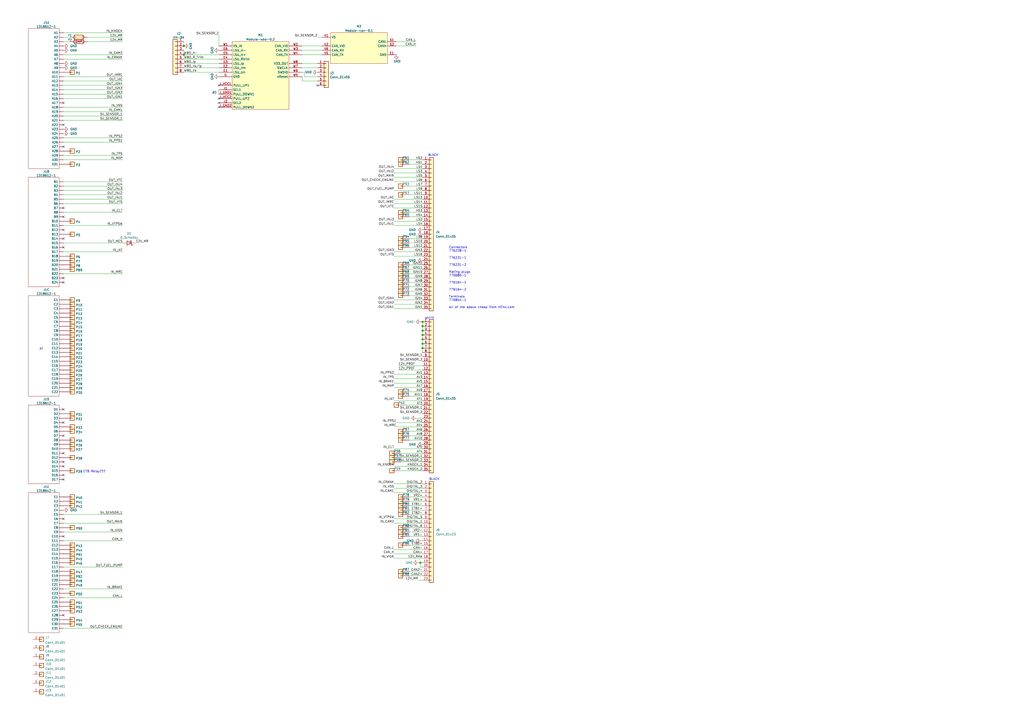
<source format=kicad_sch>
(kicad_sch (version 20210621) (generator eeschema)
  (paper "A2")
  (title_block (title "proteus125honda") (date "2021-09-22") (rev "a") (company "rusEFI"))
  (junction (at 106.68 26.67) (diameter 1.016))
  (junction (at 106.68 31.75) (diameter 1.016))
  (junction (at 243.84 326.39) (diameter 1.016))
  (junction (at 245.11 186.69) (diameter 1.016))
  (junction (at 245.11 189.23) (diameter 1.016))
  (junction (at 245.11 191.77) (diameter 1.016))
  (junction (at 245.11 194.31) (diameter 1.016))
  (junction (at 245.11 196.85) (diameter 1.016))
  (junction (at 245.11 199.39) (diameter 1.016))
  (junction (at 245.11 201.93) (diameter 1.016))
  (no_connect (at 36.83 59.69))
  (no_connect (at 36.83 72.39))
  (no_connect (at 36.83 85.09))
  (no_connect (at 36.83 120.65))
  (no_connect (at 36.83 125.73))
  (no_connect (at 36.83 133.35))
  (no_connect (at 36.83 138.43))
  (no_connect (at 36.83 143.51))
  (no_connect (at 36.83 161.29))
  (no_connect (at 36.83 163.83))
  (no_connect (at 36.83 237.49))
  (no_connect (at 36.83 245.11))
  (no_connect (at 36.83 252.73))
  (no_connect (at 36.83 262.89))
  (no_connect (at 36.83 267.97))
  (no_connect (at 36.83 270.51))
  (no_connect (at 36.83 275.59))
  (no_connect (at 36.83 278.13))
  (no_connect (at 36.83 300.99))
  (no_connect (at 36.83 311.15))
  (no_connect (at 36.83 356.87))
  (no_connect (at 127 49.53))
  (no_connect (at 127 57.15))
  (no_connect (at 127 59.69))
  (no_connect (at 127 62.23))
  (no_connect (at 184.15 49.53))
  (wire (pts (xy 36.83 19.05) (xy 71.12 19.05)))
  (wire (pts (xy 36.83 34.29) (xy 71.12 34.29)))
  (wire (pts (xy 36.83 44.45) (xy 71.12 44.45)))
  (wire (pts (xy 36.83 46.99) (xy 71.12 46.99)))
  (wire (pts (xy 36.83 49.53) (xy 71.12 49.53)))
  (wire (pts (xy 36.83 52.07) (xy 71.12 52.07)))
  (wire (pts (xy 36.83 54.61) (xy 71.12 54.61)))
  (wire (pts (xy 36.83 57.15) (xy 71.12 57.15)))
  (wire (pts (xy 36.83 62.23) (xy 71.12 62.23)))
  (wire (pts (xy 36.83 67.31) (xy 71.12 67.31)))
  (wire (pts (xy 36.83 80.01) (xy 71.12 80.01)))
  (wire (pts (xy 36.83 82.55) (xy 71.12 82.55)))
  (wire (pts (xy 36.83 90.17) (xy 71.12 90.17)))
  (wire (pts (xy 36.83 92.71) (xy 71.12 92.71)))
  (wire (pts (xy 36.83 105.41) (xy 71.12 105.41)))
  (wire (pts (xy 36.83 107.95) (xy 71.12 107.95)))
  (wire (pts (xy 36.83 110.49) (xy 71.12 110.49)))
  (wire (pts (xy 36.83 113.03) (xy 71.12 113.03)))
  (wire (pts (xy 36.83 115.57) (xy 71.12 115.57)))
  (wire (pts (xy 36.83 118.11) (xy 71.12 118.11)))
  (wire (pts (xy 36.83 123.19) (xy 71.12 123.19)))
  (wire (pts (xy 36.83 130.81) (xy 71.12 130.81)))
  (wire (pts (xy 36.83 140.97) (xy 71.12 140.97)))
  (wire (pts (xy 36.83 146.05) (xy 71.12 146.05)))
  (wire (pts (xy 36.83 158.75) (xy 71.12 158.75)))
  (wire (pts (xy 36.83 298.45) (xy 71.12 298.45)))
  (wire (pts (xy 36.83 303.53) (xy 71.12 303.53)))
  (wire (pts (xy 36.83 308.61) (xy 71.12 308.61)))
  (wire (pts (xy 36.83 313.69) (xy 71.12 313.69)))
  (wire (pts (xy 36.83 328.93) (xy 71.12 328.93)))
  (wire (pts (xy 36.83 341.63) (xy 71.12 341.63)))
  (wire (pts (xy 36.83 346.71) (xy 71.12 346.71)))
  (wire (pts (xy 36.83 364.49) (xy 71.12 364.49)))
  (wire (pts (xy 40.64 21.59) (xy 36.83 21.59)))
  (wire (pts (xy 40.64 24.13) (xy 36.83 24.13)))
  (wire (pts (xy 71.12 21.59) (xy 50.8 21.59)))
  (wire (pts (xy 71.12 24.13) (xy 50.8 24.13)))
  (wire (pts (xy 71.12 31.75) (xy 36.83 31.75)))
  (wire (pts (xy 71.12 64.77) (xy 36.83 64.77)))
  (wire (pts (xy 71.12 69.85) (xy 36.83 69.85)))
  (wire (pts (xy 106.68 24.13) (xy 106.68 26.67)))
  (wire (pts (xy 106.68 29.21) (xy 106.68 31.75)))
  (wire (pts (xy 106.68 31.75) (xy 127 31.75)))
  (wire (pts (xy 106.68 34.29) (xy 127 34.29)))
  (wire (pts (xy 106.68 36.83) (xy 127 36.83)))
  (wire (pts (xy 106.68 39.37) (xy 127 39.37)))
  (wire (pts (xy 106.68 41.91) (xy 127 41.91)))
  (wire (pts (xy 127 20.32) (xy 127 26.67)))
  (wire (pts (xy 127 52.07) (xy 127 54.61)))
  (wire (pts (xy 175.26 26.67) (xy 186.69 26.67)))
  (wire (pts (xy 175.26 29.21) (xy 186.69 29.21)))
  (wire (pts (xy 175.26 31.75) (xy 186.69 31.75)))
  (wire (pts (xy 175.26 36.83) (xy 184.15 36.83)))
  (wire (pts (xy 175.26 39.37) (xy 184.15 39.37)))
  (wire (pts (xy 175.26 41.91) (xy 176.53 41.91)))
  (wire (pts (xy 175.26 44.45) (xy 175.26 46.99)))
  (wire (pts (xy 175.26 46.99) (xy 184.15 46.99)))
  (wire (pts (xy 176.53 41.91) (xy 176.53 44.45)))
  (wire (pts (xy 176.53 44.45) (xy 184.15 44.45)))
  (wire (pts (xy 184.15 21.59) (xy 186.69 21.59)))
  (wire (pts (xy 228.6 97.79) (xy 245.11 97.79)))
  (wire (pts (xy 228.6 100.33) (xy 245.11 100.33)))
  (wire (pts (xy 228.6 102.87) (xy 245.11 102.87)))
  (wire (pts (xy 228.6 105.41) (xy 245.11 105.41)))
  (wire (pts (xy 228.6 110.49) (xy 245.11 110.49)))
  (wire (pts (xy 228.6 115.57) (xy 245.11 115.57)))
  (wire (pts (xy 228.6 118.11) (xy 245.11 118.11)))
  (wire (pts (xy 228.6 120.65) (xy 245.11 120.65)))
  (wire (pts (xy 228.6 128.27) (xy 245.11 128.27)))
  (wire (pts (xy 228.6 130.81) (xy 245.11 130.81)))
  (wire (pts (xy 228.6 146.05) (xy 245.11 146.05)))
  (wire (pts (xy 228.6 148.59) (xy 245.11 148.59)))
  (wire (pts (xy 228.6 173.99) (xy 245.11 173.99)))
  (wire (pts (xy 228.6 176.53) (xy 245.11 176.53)))
  (wire (pts (xy 228.6 179.07) (xy 245.11 179.07)))
  (wire (pts (xy 228.6 217.17) (xy 245.11 217.17)))
  (wire (pts (xy 228.6 219.71) (xy 245.11 219.71)))
  (wire (pts (xy 228.6 222.25) (xy 245.11 222.25)))
  (wire (pts (xy 228.6 224.79) (xy 245.11 224.79)))
  (wire (pts (xy 228.6 232.41) (xy 245.11 232.41)))
  (wire (pts (xy 228.6 260.35) (xy 245.11 260.35)))
  (wire (pts (xy 228.6 270.51) (xy 245.11 270.51)))
  (wire (pts (xy 228.6 280.67) (xy 245.11 280.67)))
  (wire (pts (xy 228.6 283.21) (xy 245.11 283.21)))
  (wire (pts (xy 228.6 285.75) (xy 245.11 285.75)))
  (wire (pts (xy 228.6 300.99) (xy 245.11 300.99)))
  (wire (pts (xy 228.6 303.53) (xy 245.11 303.53)))
  (wire (pts (xy 228.6 318.77) (xy 245.11 318.77)))
  (wire (pts (xy 228.6 321.31) (xy 245.11 321.31)))
  (wire (pts (xy 228.6 323.85) (xy 245.11 323.85)))
  (wire (pts (xy 229.87 24.13) (xy 241.3 24.13)))
  (wire (pts (xy 229.87 26.67) (xy 241.3 26.67)))
  (wire (pts (xy 229.87 245.11) (xy 245.11 245.11)))
  (wire (pts (xy 229.87 247.65) (xy 245.11 247.65)))
  (wire (pts (xy 231.14 212.09) (xy 245.11 212.09)))
  (wire (pts (xy 231.14 214.63) (xy 245.11 214.63)))
  (wire (pts (xy 232.41 262.89) (xy 245.11 262.89)))
  (wire (pts (xy 232.41 265.43) (xy 245.11 265.43)))
  (wire (pts (xy 232.41 267.97) (xy 245.11 267.97)))
  (wire (pts (xy 232.41 273.05) (xy 245.11 273.05)))
  (wire (pts (xy 234.95 234.95) (xy 245.11 234.95)))
  (wire (pts (xy 237.49 92.71) (xy 245.11 92.71)))
  (wire (pts (xy 237.49 95.25) (xy 245.11 95.25)))
  (wire (pts (xy 237.49 107.95) (xy 245.11 107.95)))
  (wire (pts (xy 237.49 113.03) (xy 245.11 113.03)))
  (wire (pts (xy 237.49 123.19) (xy 245.11 123.19)))
  (wire (pts (xy 237.49 125.73) (xy 245.11 125.73)))
  (wire (pts (xy 237.49 138.43) (xy 245.11 138.43)))
  (wire (pts (xy 237.49 140.97) (xy 245.11 140.97)))
  (wire (pts (xy 237.49 143.51) (xy 245.11 143.51)))
  (wire (pts (xy 237.49 153.67) (xy 245.11 153.67)))
  (wire (pts (xy 237.49 156.21) (xy 245.11 156.21)))
  (wire (pts (xy 237.49 158.75) (xy 245.11 158.75)))
  (wire (pts (xy 237.49 161.29) (xy 245.11 161.29)))
  (wire (pts (xy 237.49 163.83) (xy 245.11 163.83)))
  (wire (pts (xy 237.49 166.37) (xy 245.11 166.37)))
  (wire (pts (xy 237.49 168.91) (xy 245.11 168.91)))
  (wire (pts (xy 237.49 171.45) (xy 245.11 171.45)))
  (wire (pts (xy 237.49 227.33) (xy 245.11 227.33)))
  (wire (pts (xy 237.49 229.87) (xy 245.11 229.87)))
  (wire (pts (xy 237.49 250.19) (xy 245.11 250.19)))
  (wire (pts (xy 237.49 252.73) (xy 245.11 252.73)))
  (wire (pts (xy 237.49 255.27) (xy 245.11 255.27)))
  (wire (pts (xy 237.49 288.29) (xy 245.11 288.29)))
  (wire (pts (xy 237.49 290.83) (xy 245.11 290.83)))
  (wire (pts (xy 237.49 293.37) (xy 245.11 293.37)))
  (wire (pts (xy 237.49 295.91) (xy 245.11 295.91)))
  (wire (pts (xy 237.49 298.45) (xy 245.11 298.45)))
  (wire (pts (xy 237.49 306.07) (xy 245.11 306.07)))
  (wire (pts (xy 237.49 308.61) (xy 245.11 308.61)))
  (wire (pts (xy 237.49 311.15) (xy 245.11 311.15)))
  (wire (pts (xy 237.49 316.23) (xy 245.11 316.23)))
  (wire (pts (xy 237.49 331.47) (xy 245.11 331.47)))
  (wire (pts (xy 237.49 334.01) (xy 245.11 334.01)))
  (wire (pts (xy 241.3 242.57) (xy 245.11 242.57)))
  (wire (pts (xy 242.57 326.39) (xy 243.84 326.39)))
  (wire (pts (xy 242.57 336.55) (xy 245.11 336.55)))
  (wire (pts (xy 243.84 186.69) (xy 245.11 186.69)))
  (wire (pts (xy 243.84 313.69) (xy 245.11 313.69)))
  (wire (pts (xy 243.84 326.39) (xy 243.84 328.93)))
  (wire (pts (xy 243.84 328.93) (xy 245.11 328.93)))
  (wire (pts (xy 245.11 186.69) (xy 245.11 189.23)))
  (wire (pts (xy 245.11 189.23) (xy 245.11 191.77)))
  (wire (pts (xy 245.11 191.77) (xy 245.11 194.31)))
  (wire (pts (xy 245.11 194.31) (xy 245.11 196.85)))
  (wire (pts (xy 245.11 196.85) (xy 245.11 199.39)))
  (wire (pts (xy 245.11 199.39) (xy 245.11 201.93)))
  (wire (pts (xy 245.11 201.93) (xy 245.11 204.47)))
  (wire (pts (xy 245.11 326.39) (xy 243.84 326.39)))
  (text "AT" (at 22.86 203.2 0) (effects (font (size 1.27 1.27)) (justify left bottom)))
  (text "ETB Relay???" (at 48.26 274.32 0) (effects (font (size 1.27 1.27)) (justify left bottom)))
  (text "#0" (at 125.73 54.61 180) (effects (font (size 1.27 1.27)) (justify right bottom)))
  (text "WHITE" (at 246.38 185.42 0) (effects (font (size 1.27 1.27)) (justify left bottom)))
  (text "BLACK" (at 248.285 90.805 0) (effects (font (size 1.27 1.27)) (justify left bottom)))
  (text "BLACK" (at 248.92 278.765 0) (effects (font (size 1.27 1.27)) (justify left bottom)))
  (text "Connectors\n776228-1\n\n776231-1\n\n776231-2\n\nMating plugs\n770680-1\n\n776164-1\n\n776164-2\n\nTerminals\n770854-1\n\nall of the above cheap from ttiinc.com" (at 260.35 179.07 0) (effects (font (size 1.27 1.27)) (justify left bottom)))
  (label "IN_KNOCK" (at 71.12 19.05 180))
  (label "12V_MR" (at 71.12 21.59 180))
  (label "12V_MR" (at 71.12 24.13 180))
  (label "IN_CAM2" (at 71.12 31.75 180))
  (label "IN_CRANK" (at 71.12 34.29 180))
  (label "OUT_IMRC" (at 71.12 44.45 180))
  (label "OUT_IAC" (at 71.12 46.99 180))
  (label "OUT_IGN4" (at 71.12 49.53 180))
  (label "OUT_IGN3" (at 71.12 52.07 180))
  (label "OUT_IGN2" (at 71.12 54.61 180))
  (label "OUT_IGN1" (at 71.12 57.15 180))
  (label "IN_VSS" (at 71.12 62.23 180))
  (label "IN_CAM1" (at 71.12 64.77 180))
  (label "5V_SENSOR_1" (at 71.12 67.31 180))
  (label "5V_SENSOR_1" (at 71.12 69.85 180))
  (label "IN_PPS2" (at 71.12 80.01 180))
  (label "IN_PPS1" (at 71.12 82.55 180))
  (label "IN_TPS" (at 71.12 90.17 180))
  (label "IN_MAP" (at 71.12 92.71 180))
  (label "OUT_VTC" (at 71.12 105.41 180))
  (label "OUT_INJ4" (at 71.12 107.95 180))
  (label "OUT_INJ3" (at 71.12 110.49 180))
  (label "OUT_INJ2" (at 71.12 113.03 180))
  (label "OUT_INJ1" (at 71.12 115.57 180))
  (label "OUT_VTS" (at 71.12 118.11 180))
  (label "IN_CLT" (at 71.12 123.19 180))
  (label "IN_VTPSW" (at 71.12 130.81 180))
  (label "OUT_MCS" (at 71.12 140.97 180))
  (label "IN_IAT" (at 71.12 146.05 180))
  (label "IN_MRC" (at 71.12 158.75 180))
  (label "5V_SENSOR_1" (at 71.12 298.45 180))
  (label "OUT_MAIN" (at 71.12 303.53 180))
  (label "IN_VIGN" (at 71.12 308.61 180))
  (label "CAN_H" (at 71.12 313.69 180))
  (label "OUT_FUEL_PUMP" (at 71.12 328.93 180))
  (label "IN_BRAKE" (at 71.12 341.63 180))
  (label "CAN_L" (at 71.12 346.71 180))
  (label "OUT_CHECK_ENGINE" (at 71.12 364.49 180))
  (label "12V_MR" (at 78.74 140.97 0))
  (label "WBO_H-" (at 106.68 31.75 0))
  (label "WBO_R_Trim" (at 106.68 34.29 0))
  (label "WBO_Ip" (at 106.68 36.83 0))
  (label "WBO_Vs{slash}Ip" (at 106.68 39.37 0))
  (label "WBO_Vs" (at 106.68 41.91 0))
  (label "5V_SENSOR_2" (at 127 20.32 180))
  (label "5V_SENSOR_2" (at 184.15 21.59 180))
  (label "OUT_INJ4" (at 228.6 97.79 180))
  (label "OUT_INJ2" (at 228.6 100.33 180))
  (label "OUT_MAIN" (at 228.6 102.87 180))
  (label "OUT_CHECK_ENGINE" (at 228.6 105.41 180))
  (label "OUT_FUEL_PUMP" (at 228.6 110.49 180))
  (label "OUT_IAC" (at 228.6 115.57 180))
  (label "OUT_IMRC" (at 228.6 118.11 180))
  (label "OUT_VTC" (at 228.6 120.65 180))
  (label "OUT_INJ3" (at 228.6 128.27 180))
  (label "OUT_INJ1" (at 228.6 130.81 180))
  (label "OUT_IGN3" (at 228.6 146.05 180))
  (label "OUT_VTS" (at 228.6 148.59 180))
  (label "OUT_IGN4" (at 228.6 173.99 180))
  (label "OUT_IGN2" (at 228.6 176.53 180))
  (label "OUT_IGN1" (at 228.6 179.07 180))
  (label "IN_PPS2" (at 228.6 217.17 180))
  (label "IN_TPS" (at 228.6 219.71 180))
  (label "IN_BRAKE" (at 228.6 222.25 180))
  (label "IN_MAP" (at 228.6 224.79 180))
  (label "IN_IAT" (at 228.6 232.41 180))
  (label "IN_CLT" (at 228.6 260.35 180))
  (label "IN_KNOCK" (at 228.6 270.51 180))
  (label "IN_CRANK" (at 228.6 280.67 180))
  (label "IN_VSS" (at 228.6 283.21 180))
  (label "IN_CAM1" (at 228.6 285.75 180))
  (label "IN_VTPSW" (at 228.6 300.99 180))
  (label "IN_CAM2" (at 228.6 303.53 180))
  (label "CAN_L" (at 228.6 318.77 180))
  (label "CAN_H" (at 228.6 321.31 180))
  (label "IN_VIGN" (at 228.6 323.85 180))
  (label "IN_PPS1" (at 229.87 245.11 180))
  (label "IN_MRC" (at 229.87 247.65 180))
  (label "12V_PROT" (at 231.14 212.09 0))
  (label "12V_PROT" (at 231.14 214.63 0))
  (label "CAN_L" (at 241.3 24.13 180))
  (label "CAN_H" (at 241.3 26.67 180))
  (label "12V_MR" (at 242.57 336.55 180))
  (label "HS2" (at 245.11 92.71 180))
  (label "HS1" (at 245.11 95.25 180))
  (label "LS1" (at 245.11 97.79 180))
  (label "LS3" (at 245.11 100.33 180))
  (label "LS5" (at 245.11 102.87 180))
  (label "LS6" (at 245.11 105.41 180))
  (label "LS7" (at 245.11 107.95 180))
  (label "LS9" (at 245.11 110.49 180))
  (label "LS11" (at 245.11 113.03 180))
  (label "LS13" (at 245.11 115.57 180))
  (label "LS14" (at 245.11 118.11 180))
  (label "LS15" (at 245.11 120.65 180))
  (label "HS3" (at 245.11 123.19 180))
  (label "HS4" (at 245.11 125.73 180))
  (label "LS2" (at 245.11 128.27 180))
  (label "LS4" (at 245.11 130.81 180))
  (label "LS8" (at 245.11 138.43 180))
  (label "LS10" (at 245.11 140.97 180))
  (label "LS12" (at 245.11 143.51 180))
  (label "IGN3" (at 245.11 146.05 180))
  (label "LS16" (at 245.11 148.59 180))
  (label "IGN12" (at 245.11 153.67 180))
  (label "IGN11" (at 245.11 156.21 180))
  (label "IGN10" (at 245.11 158.75 180))
  (label "IGN9" (at 245.11 161.29 180))
  (label "IGN8" (at 245.11 163.83 180))
  (label "IGN7" (at 245.11 166.37 180))
  (label "IGN6" (at 245.11 168.91 180))
  (label "IGN5" (at 245.11 171.45 180))
  (label "IGN4" (at 245.11 173.99 180))
  (label "IGN2" (at 245.11 176.53 180))
  (label "IGN1" (at 245.11 179.07 180))
  (label "5V_SENSOR_1" (at 245.11 207.01 180))
  (label "5V_SENSOR_2" (at 245.11 209.55 180))
  (label "AV1" (at 245.11 217.17 180))
  (label "AV3" (at 245.11 219.71 180))
  (label "AV5" (at 245.11 222.25 180))
  (label "AV7" (at 245.11 224.79 180))
  (label "AV9" (at 245.11 227.33 180))
  (label "AV11" (at 245.11 229.87 180))
  (label "AT1" (at 245.11 232.41 180))
  (label "AT3" (at 245.11 234.95 180))
  (label "5V_SENSOR_1" (at 245.11 237.49 180))
  (label "5V_SENSOR_2" (at 245.11 240.03 180))
  (label "AV2" (at 245.11 245.11 180))
  (label "AV4" (at 245.11 247.65 180))
  (label "AV6" (at 245.11 250.19 180))
  (label "AV8" (at 245.11 252.73 180))
  (label "AV10" (at 245.11 255.27 180))
  (label "AT2" (at 245.11 260.35 180))
  (label "AT4" (at 245.11 262.89 180))
  (label "5V_SENSOR_1" (at 245.11 265.43 180))
  (label "5V_SENSOR_2" (at 245.11 267.97 180))
  (label "KNOCK_1" (at 245.11 270.51 180))
  (label "KNOCK_2" (at 245.11 273.05 180))
  (label "DIGITAL_2" (at 245.11 280.67 180))
  (label "DIGITAL_3" (at 245.11 283.21 180))
  (label "DIGITAL_4" (at 245.11 285.75 180))
  (label "VR2+" (at 245.11 288.29 180))
  (label "VR1+" (at 245.11 290.83 180))
  (label "ETB1-" (at 245.11 293.37 180))
  (label "ETB1+" (at 245.11 295.91 180))
  (label "ETB2-" (at 245.11 298.45 180))
  (label "DIGITAL_5" (at 245.11 300.99 180))
  (label "DIGITAL_1" (at 245.11 303.53 180))
  (label "DIGITAL_6" (at 245.11 306.07 180))
  (label "VR2-" (at 245.11 308.61 180))
  (label "VR1-" (at 245.11 311.15 180))
  (label "ETB2+" (at 245.11 316.23 180))
  (label "CAN-" (at 245.11 318.77 180))
  (label "CAN+" (at 245.11 321.31 180))
  (label "12V_RAW" (at 245.11 323.85 180))
  (label "CAN2-" (at 245.11 331.47 180))
  (label "CAN2+" (at 245.11 334.01 180))
  (symbol (lib_id "power:GND") (at 36.83 26.67 90) (unit 1)
    (property "Reference" "#PWR01" (effects hide))
    (property "Value" "GND" (at 40.64 26.67 90) (effects (justify right)))
  )
  (symbol (lib_id "power:GND") (at 36.83 29.21 90) (unit 1)
    (property "Reference" "#PWR02" (effects hide))
    (property "Value" "GND" (at 40.64 29.21 90) (effects (justify right)))
  )
  (symbol (lib_id "power:GND") (at 36.83 36.83 90) (unit 1)
    (property "Reference" "#PWR03" (effects hide))
    (property "Value" "GND" (at 40.64 36.83 90) (effects (justify right)))
  )
  (symbol (lib_id "power:GND") (at 36.83 39.37 90) (unit 1)
    (property "Reference" "#PWR04" (effects hide))
    (property "Value" "GND" (at 40.64 39.37 90) (effects (justify right)))
  )
  (symbol (lib_id "power:GND") (at 36.83 74.93 90) (unit 1)
    (property "Reference" "#PWR05" (effects hide))
    (property "Value" "GND" (at 40.64 74.93 90) (effects (justify right)))
  )
  (symbol (lib_id "power:GND") (at 36.83 77.47 90) (unit 1)
    (property "Reference" "#PWR06" (effects hide))
    (property "Value" "GND" (at 40.64 77.47 90) (effects (justify right)))
  )
  (symbol (lib_id "power:GND") (at 36.83 295.91 90) (unit 1)
    (property "Reference" "#PWR07" (effects hide))
    (property "Value" "GND" (at 40.64 295.91 90) (effects (justify right)))
  )
  (symbol (lib_id "power:GND") (at 106.68 26.67 90) (mirror x) (unit 1)
    (property "Reference" "#PWR08" (effects hide))
    (property "Value" "GND" (at 110.6234 26.7208 0))
  )
  (symbol (lib_id "power:GND") (at 127 29.21 270) (mirror x) (unit 1)
    (property "Reference" "#PWR09" (effects hide))
    (property "Value" "GND" (at 123.0566 29.1592 0))
  )
  (symbol (lib_id "power:GND") (at 127 44.45 270) (mirror x) (unit 1)
    (property "Reference" "#PWR010" (effects hide))
    (property "Value" "GND" (at 123.0566 44.3992 0))
  )
  (symbol (lib_id "power:GND") (at 184.15 41.91 270) (mirror x) (unit 1)
    (property "Reference" "#PWR011" (effects hide))
    (property "Value" "GND" (at 178.9366 41.8592 90))
  )
  (symbol (lib_id "power:GND") (at 229.87 31.75 0) (unit 1)
    (property "Reference" "#PWR012" (effects hide))
    (property "Value" "GND" (at 232.41 35.56 0) (effects (justify right)))
  )
  (symbol (lib_id "power:GND") (at 241.3 242.57 270) (unit 1)
    (property "Reference" "#PWR013" (effects hide))
    (property "Value" "GND" (at 237.49 242.57 90) (effects (justify right)))
  )
  (symbol (lib_id "power:GND") (at 242.57 326.39 270) (unit 1)
    (property "Reference" "#PWR014" (effects hide))
    (property "Value" "GND" (at 239.395 326.39 90) (effects (justify right)))
  )
  (symbol (lib_id "power:GND") (at 243.84 186.69 270) (unit 1)
    (property "Reference" "#PWR015" (effects hide))
    (property "Value" "GND" (at 240.03 186.69 90) (effects (justify right)))
  )
  (symbol (lib_id "power:GND") (at 243.84 313.69 270) (unit 1)
    (property "Reference" "#PWR016" (effects hide))
    (property "Value" "GND" (at 240.03 313.69 90) (effects (justify right)))
  )
  (symbol (lib_id "power:GND") (at 245.11 133.35 270) (unit 1)
    (property "Reference" "#PWR017" (effects hide))
    (property "Value" "GND" (at 241.3 133.35 90) (effects (justify right)))
  )
  (symbol (lib_id "power:GND") (at 245.11 135.89 270) (unit 1)
    (property "Reference" "#PWR018" (effects hide))
    (property "Value" "GND" (at 241.3 135.89 90) (effects (justify right)))
  )
  (symbol (lib_id "power:GND") (at 245.11 151.13 270) (unit 1)
    (property "Reference" "#PWR019" (effects hide))
    (property "Value" "GND" (at 241.3 151.13 90) (effects (justify right)))
  )
  (symbol (lib_id "power:GND") (at 245.11 257.81 270) (unit 1)
    (property "Reference" "#PWR020" (effects hide))
    (property "Value" "GND" (at 241.3 257.81 90) (effects (justify right)))
  )
  (symbol (lib_id "Connector_Generic:Conn_01x01") (at 24.13 370.84 0) (unit 1)
    (property "Reference" "J7" (at 26.1621 369.9315 0) (effects (justify left)))
    (property "Value" "Conn_01x01" (at 26.1621 372.7066 0) (effects (justify left)))
    (property "Footprint" "MountingHole:MountingHole_4.5mm" (effects hide))
  )
  (symbol (lib_id "Connector_Generic:Conn_01x01") (at 24.13 375.92 0) (unit 1)
    (property "Reference" "J8" (at 26.1621 375.0115 0) (effects (justify left)))
    (property "Value" "Conn_01x01" (at 26.1621 377.7866 0) (effects (justify left)))
    (property "Footprint" "MountingHole:MountingHole_4.5mm" (effects hide))
  )
  (symbol (lib_id "Connector_Generic:Conn_01x01") (at 24.13 381 0) (unit 1)
    (property "Reference" "J9" (at 26.1621 380.0915 0) (effects (justify left)))
    (property "Value" "Conn_01x01" (at 26.1621 382.8666 0) (effects (justify left)))
    (property "Footprint" "MountingHole:MountingHole_4.5mm" (effects hide))
  )
  (symbol (lib_id "Connector_Generic:Conn_01x01") (at 24.13 386.08 0) (unit 1)
    (property "Reference" "J10" (at 26.1621 385.1715 0) (effects (justify left)))
    (property "Value" "Conn_01x01" (at 26.1621 387.9466 0) (effects (justify left)))
    (property "Footprint" "MountingHole:MountingHole_4.5mm" (effects hide))
  )
  (symbol (lib_id "Connector_Generic:Conn_01x01") (at 24.13 391.16 0) (unit 1)
    (property "Reference" "J11" (at 26.1621 390.2515 0) (effects (justify left)))
    (property "Value" "Conn_01x01" (at 26.1621 393.0266 0) (effects (justify left)))
    (property "Footprint" "MountingHole:MountingHole_4.5mm" (effects hide))
  )
  (symbol (lib_id "Connector_Generic:Conn_01x01") (at 24.13 396.24 0) (unit 1)
    (property "Reference" "J12" (at 26.1621 395.3315 0) (effects (justify left)))
    (property "Value" "Conn_01x01" (at 26.1621 398.1066 0) (effects (justify left)))
    (property "Footprint" "MountingHole:MountingHole_4.5mm" (effects hide))
  )
  (symbol (lib_id "Connector_Generic:Conn_01x01") (at 24.13 401.32 0) (unit 1)
    (property "Reference" "J13" (at 26.1621 400.4115 0) (effects (justify left)))
    (property "Value" "Conn_01x01" (at 26.1621 403.1866 0) (effects (justify left)))
    (property "Footprint" "MountingHole:MountingHole_4.5mm" (effects hide))
  )
  (symbol (lib_id "hellen-one-common:Pad") (at 41.91 41.91 0) (unit 1)
    (property "Reference" "P1" (at 43.9421 42.389 0) (effects (justify left)))
    (property "Value" "Pad" (effects hide))
    (property "Footprint" "hellen-one-common:PAD-TH" (effects hide))
  )
  (symbol (lib_id "hellen-one-common:Pad") (at 41.91 87.63 0) (unit 1)
    (property "Reference" "P2" (at 43.9421 88.109 0) (effects (justify left)))
    (property "Value" "Pad" (effects hide))
    (property "Footprint" "hellen-one-common:PAD-TH" (effects hide))
  )
  (symbol (lib_id "hellen-one-common:Pad") (at 41.91 95.25 0) (unit 1)
    (property "Reference" "P3" (at 43.9421 95.729 0) (effects (justify left)))
    (property "Value" "Pad" (effects hide))
    (property "Footprint" "hellen-one-common:PAD-TH" (effects hide))
  )
  (symbol (lib_id "hellen-one-common:Pad") (at 41.91 128.27 0) (unit 1)
    (property "Reference" "P4" (at 43.9421 128.749 0) (effects (justify left)))
    (property "Value" "Pad" (effects hide))
    (property "Footprint" "hellen-one-common:PAD-TH" (effects hide))
  )
  (symbol (lib_id "hellen-one-common:Pad") (at 41.91 135.89 0) (unit 1)
    (property "Reference" "P5" (at 43.9421 136.369 0) (effects (justify left)))
    (property "Value" "Pad" (effects hide))
    (property "Footprint" "hellen-one-common:PAD-TH" (effects hide))
  )
  (symbol (lib_id "hellen-one-common:Pad") (at 41.91 148.59 0) (unit 1)
    (property "Reference" "P6" (at 43.9421 149.069 0) (effects (justify left)))
    (property "Value" "Pad" (effects hide))
    (property "Footprint" "hellen-one-common:PAD-TH" (effects hide))
  )
  (symbol (lib_id "hellen-one-common:Pad") (at 41.91 151.13 0) (unit 1)
    (property "Reference" "P7" (at 43.9421 151.609 0) (effects (justify left)))
    (property "Value" "Pad" (effects hide))
    (property "Footprint" "hellen-one-common:PAD-TH" (effects hide))
  )
  (symbol (lib_id "hellen-one-common:Pad") (at 41.91 153.67 0) (unit 1)
    (property "Reference" "P8" (at 43.9421 154.149 0) (effects (justify left)))
    (property "Value" "Pad" (effects hide))
    (property "Footprint" "hellen-one-common:PAD-TH" (effects hide))
  )
  (symbol (lib_id "hellen-one-common:Pad") (at 41.91 156.21 0) (unit 1)
    (property "Reference" "P89" (at 43.9421 156.689 0) (effects (justify left)))
    (property "Value" "Pad" (effects hide))
    (property "Footprint" "hellen-one-common:PAD-TH" (effects hide))
  )
  (symbol (lib_id "hellen-one-common:Pad") (at 41.91 173.99 0) (unit 1)
    (property "Reference" "P9" (at 43.9421 174.469 0) (effects (justify left)))
    (property "Value" "Pad" (effects hide))
    (property "Footprint" "hellen-one-common:PAD-TH" (effects hide))
  )
  (symbol (lib_id "hellen-one-common:Pad") (at 41.91 176.53 0) (unit 1)
    (property "Reference" "P10" (at 43.9421 177.009 0) (effects (justify left)))
    (property "Value" "Pad" (effects hide))
    (property "Footprint" "hellen-one-common:PAD-TH" (effects hide))
  )
  (symbol (lib_id "hellen-one-common:Pad") (at 41.91 179.07 0) (unit 1)
    (property "Reference" "P11" (at 43.9421 179.549 0) (effects (justify left)))
    (property "Value" "Pad" (effects hide))
    (property "Footprint" "hellen-one-common:PAD-TH" (effects hide))
  )
  (symbol (lib_id "hellen-one-common:Pad") (at 41.91 181.61 0) (unit 1)
    (property "Reference" "P12" (at 43.9421 182.089 0) (effects (justify left)))
    (property "Value" "Pad" (effects hide))
    (property "Footprint" "hellen-one-common:PAD-TH" (effects hide))
  )
  (symbol (lib_id "hellen-one-common:Pad") (at 41.91 184.15 0) (unit 1)
    (property "Reference" "P13" (at 43.9421 184.629 0) (effects (justify left)))
    (property "Value" "Pad" (effects hide))
    (property "Footprint" "hellen-one-common:PAD-TH" (effects hide))
  )
  (symbol (lib_id "hellen-one-common:Pad") (at 41.91 186.69 0) (unit 1)
    (property "Reference" "P14" (at 43.9421 187.169 0) (effects (justify left)))
    (property "Value" "Pad" (effects hide))
    (property "Footprint" "hellen-one-common:PAD-TH" (effects hide))
  )
  (symbol (lib_id "hellen-one-common:Pad") (at 41.91 189.23 0) (unit 1)
    (property "Reference" "P15" (at 43.9421 189.709 0) (effects (justify left)))
    (property "Value" "Pad" (effects hide))
    (property "Footprint" "hellen-one-common:PAD-TH" (effects hide))
  )
  (symbol (lib_id "hellen-one-common:Pad") (at 41.91 191.77 0) (unit 1)
    (property "Reference" "P16" (at 43.9421 192.249 0) (effects (justify left)))
    (property "Value" "Pad" (effects hide))
    (property "Footprint" "hellen-one-common:PAD-TH" (effects hide))
  )
  (symbol (lib_id "hellen-one-common:Pad") (at 41.91 194.31 0) (unit 1)
    (property "Reference" "P17" (at 43.9421 194.789 0) (effects (justify left)))
    (property "Value" "Pad" (effects hide))
    (property "Footprint" "hellen-one-common:PAD-TH" (effects hide))
  )
  (symbol (lib_id "hellen-one-common:Pad") (at 41.91 196.85 0) (unit 1)
    (property "Reference" "P18" (at 43.9421 197.329 0) (effects (justify left)))
    (property "Value" "Pad" (effects hide))
    (property "Footprint" "hellen-one-common:PAD-TH" (effects hide))
  )
  (symbol (lib_id "hellen-one-common:Pad") (at 41.91 199.39 0) (unit 1)
    (property "Reference" "P19" (at 43.9421 199.869 0) (effects (justify left)))
    (property "Value" "Pad" (effects hide))
    (property "Footprint" "hellen-one-common:PAD-TH" (effects hide))
  )
  (symbol (lib_id "hellen-one-common:Pad") (at 41.91 201.93 0) (unit 1)
    (property "Reference" "P20" (at 43.9421 202.409 0) (effects (justify left)))
    (property "Value" "Pad" (effects hide))
    (property "Footprint" "hellen-one-common:PAD-TH" (effects hide))
  )
  (symbol (lib_id "hellen-one-common:Pad") (at 41.91 204.47 0) (unit 1)
    (property "Reference" "P21" (at 43.9421 204.949 0) (effects (justify left)))
    (property "Value" "Pad" (effects hide))
    (property "Footprint" "hellen-one-common:PAD-TH" (effects hide))
  )
  (symbol (lib_id "hellen-one-common:Pad") (at 41.91 207.01 0) (unit 1)
    (property "Reference" "P22" (at 43.9421 207.489 0) (effects (justify left)))
    (property "Value" "Pad" (effects hide))
    (property "Footprint" "hellen-one-common:PAD-TH" (effects hide))
  )
  (symbol (lib_id "hellen-one-common:Pad") (at 41.91 209.55 0) (unit 1)
    (property "Reference" "P23" (at 43.9421 210.029 0) (effects (justify left)))
    (property "Value" "Pad" (effects hide))
    (property "Footprint" "hellen-one-common:PAD-TH" (effects hide))
  )
  (symbol (lib_id "hellen-one-common:Pad") (at 41.91 212.09 0) (unit 1)
    (property "Reference" "P24" (at 43.9421 212.569 0) (effects (justify left)))
    (property "Value" "Pad" (effects hide))
    (property "Footprint" "hellen-one-common:PAD-TH" (effects hide))
  )
  (symbol (lib_id "hellen-one-common:Pad") (at 41.91 214.63 0) (unit 1)
    (property "Reference" "P25" (at 43.9421 215.109 0) (effects (justify left)))
    (property "Value" "Pad" (effects hide))
    (property "Footprint" "hellen-one-common:PAD-TH" (effects hide))
  )
  (symbol (lib_id "hellen-one-common:Pad") (at 41.91 217.17 0) (unit 1)
    (property "Reference" "P26" (at 43.9421 217.649 0) (effects (justify left)))
    (property "Value" "Pad" (effects hide))
    (property "Footprint" "hellen-one-common:PAD-TH" (effects hide))
  )
  (symbol (lib_id "hellen-one-common:Pad") (at 41.91 219.71 0) (unit 1)
    (property "Reference" "P27" (at 43.9421 220.189 0) (effects (justify left)))
    (property "Value" "Pad" (effects hide))
    (property "Footprint" "hellen-one-common:PAD-TH" (effects hide))
  )
  (symbol (lib_id "hellen-one-common:Pad") (at 41.91 222.25 0) (unit 1)
    (property "Reference" "P28" (at 43.9421 222.729 0) (effects (justify left)))
    (property "Value" "Pad" (effects hide))
    (property "Footprint" "hellen-one-common:PAD-TH" (effects hide))
  )
  (symbol (lib_id "hellen-one-common:Pad") (at 41.91 224.79 0) (unit 1)
    (property "Reference" "P29" (at 43.9421 225.269 0) (effects (justify left)))
    (property "Value" "Pad" (effects hide))
    (property "Footprint" "hellen-one-common:PAD-TH" (effects hide))
  )
  (symbol (lib_id "hellen-one-common:Pad") (at 41.91 227.33 0) (unit 1)
    (property "Reference" "P30" (at 43.9421 227.809 0) (effects (justify left)))
    (property "Value" "Pad" (effects hide))
    (property "Footprint" "hellen-one-common:PAD-TH" (effects hide))
  )
  (symbol (lib_id "hellen-one-common:Pad") (at 41.91 240.03 0) (unit 1)
    (property "Reference" "P31" (at 43.9421 240.509 0) (effects (justify left)))
    (property "Value" "Pad" (effects hide))
    (property "Footprint" "hellen-one-common:PAD-TH" (effects hide))
  )
  (symbol (lib_id "hellen-one-common:Pad") (at 41.91 242.57 0) (unit 1)
    (property "Reference" "P32" (at 43.9421 243.049 0) (effects (justify left)))
    (property "Value" "Pad" (effects hide))
    (property "Footprint" "hellen-one-common:PAD-TH" (effects hide))
  )
  (symbol (lib_id "hellen-one-common:Pad") (at 41.91 247.65 0) (unit 1)
    (property "Reference" "P33" (at 43.9421 248.129 0) (effects (justify left)))
    (property "Value" "Pad" (effects hide))
    (property "Footprint" "hellen-one-common:PAD-TH" (effects hide))
  )
  (symbol (lib_id "hellen-one-common:Pad") (at 41.91 250.19 0) (unit 1)
    (property "Reference" "P34" (at 43.9421 250.669 0) (effects (justify left)))
    (property "Value" "Pad" (effects hide))
    (property "Footprint" "hellen-one-common:PAD-TH" (effects hide))
  )
  (symbol (lib_id "hellen-one-common:Pad") (at 41.91 255.27 0) (unit 1)
    (property "Reference" "P35" (at 43.9421 255.749 0) (effects (justify left)))
    (property "Value" "Pad" (effects hide))
    (property "Footprint" "hellen-one-common:PAD-TH" (effects hide))
  )
  (symbol (lib_id "hellen-one-common:Pad") (at 41.91 257.81 0) (unit 1)
    (property "Reference" "P36" (at 43.9421 258.289 0) (effects (justify left)))
    (property "Value" "Pad" (effects hide))
    (property "Footprint" "hellen-one-common:PAD-TH" (effects hide))
  )
  (symbol (lib_id "hellen-one-common:Pad") (at 41.91 260.35 0) (unit 1)
    (property "Reference" "P37" (at 43.9421 260.829 0) (effects (justify left)))
    (property "Value" "Pad" (effects hide))
    (property "Footprint" "hellen-one-common:PAD-TH" (effects hide))
  )
  (symbol (lib_id "hellen-one-common:Pad") (at 41.91 265.43 0) (unit 1)
    (property "Reference" "P38" (at 43.9421 265.909 0) (effects (justify left)))
    (property "Value" "Pad" (effects hide))
    (property "Footprint" "hellen-one-common:PAD-TH" (effects hide))
  )
  (symbol (lib_id "hellen-one-common:Pad") (at 41.91 273.05 0) (unit 1)
    (property "Reference" "P39" (at 43.9421 273.529 0) (effects (justify left)))
    (property "Value" "Pad" (effects hide))
    (property "Footprint" "hellen-one-common:PAD-TH" (effects hide))
  )
  (symbol (lib_id "hellen-one-common:Pad") (at 41.91 288.29 0) (unit 1)
    (property "Reference" "P40" (at 43.9421 288.769 0) (effects (justify left)))
    (property "Value" "Pad" (effects hide))
    (property "Footprint" "hellen-one-common:PAD-TH" (effects hide))
  )
  (symbol (lib_id "hellen-one-common:Pad") (at 41.91 290.83 0) (unit 1)
    (property "Reference" "P41" (at 43.9421 291.309 0) (effects (justify left)))
    (property "Value" "Pad" (effects hide))
    (property "Footprint" "hellen-one-common:PAD-TH" (effects hide))
  )
  (symbol (lib_id "hellen-one-common:Pad") (at 41.91 293.37 0) (unit 1)
    (property "Reference" "P42" (at 43.9421 293.849 0) (effects (justify left)))
    (property "Value" "Pad" (effects hide))
    (property "Footprint" "hellen-one-common:PAD-TH" (effects hide))
  )
  (symbol (lib_id "hellen-one-common:Pad") (at 41.91 306.07 0) (unit 1)
    (property "Reference" "P90" (at 43.9421 306.549 0) (effects (justify left)))
    (property "Value" "Pad" (effects hide))
    (property "Footprint" "hellen-one-common:PAD-TH" (effects hide))
  )
  (symbol (lib_id "hellen-one-common:Pad") (at 41.91 316.23 0) (unit 1)
    (property "Reference" "P43" (at 43.9421 316.709 0) (effects (justify left)))
    (property "Value" "Pad" (effects hide))
    (property "Footprint" "hellen-one-common:PAD-TH" (effects hide))
  )
  (symbol (lib_id "hellen-one-common:Pad") (at 41.91 318.77 0) (unit 1)
    (property "Reference" "P44" (at 43.9421 319.249 0) (effects (justify left)))
    (property "Value" "Pad" (effects hide))
    (property "Footprint" "hellen-one-common:PAD-TH" (effects hide))
  )
  (symbol (lib_id "hellen-one-common:Pad") (at 41.91 321.31 0) (unit 1)
    (property "Reference" "P91" (at 43.9421 321.789 0) (effects (justify left)))
    (property "Value" "Pad" (effects hide))
    (property "Footprint" "hellen-one-common:PAD-TH" (effects hide))
  )
  (symbol (lib_id "hellen-one-common:Pad") (at 41.91 323.85 0) (unit 1)
    (property "Reference" "P45" (at 43.9421 324.329 0) (effects (justify left)))
    (property "Value" "Pad" (effects hide))
    (property "Footprint" "hellen-one-common:PAD-TH" (effects hide))
  )
  (symbol (lib_id "hellen-one-common:Pad") (at 41.91 326.39 0) (unit 1)
    (property "Reference" "P46" (at 43.9421 326.869 0) (effects (justify left)))
    (property "Value" "Pad" (effects hide))
    (property "Footprint" "hellen-one-common:PAD-TH" (effects hide))
  )
  (symbol (lib_id "hellen-one-common:Pad") (at 41.91 331.47 0) (unit 1)
    (property "Reference" "P47" (at 43.9421 331.949 0) (effects (justify left)))
    (property "Value" "Pad" (effects hide))
    (property "Footprint" "hellen-one-common:PAD-TH" (effects hide))
  )
  (symbol (lib_id "hellen-one-common:Pad") (at 41.91 334.01 0) (unit 1)
    (property "Reference" "P92" (at 43.9421 334.489 0) (effects (justify left)))
    (property "Value" "Pad" (effects hide))
    (property "Footprint" "hellen-one-common:PAD-TH" (effects hide))
  )
  (symbol (lib_id "hellen-one-common:Pad") (at 41.91 336.55 0) (unit 1)
    (property "Reference" "P48" (at 43.9421 337.029 0) (effects (justify left)))
    (property "Value" "Pad" (effects hide))
    (property "Footprint" "hellen-one-common:PAD-TH" (effects hide))
  )
  (symbol (lib_id "hellen-one-common:Pad") (at 41.91 339.09 0) (unit 1)
    (property "Reference" "P49" (at 43.9421 339.569 0) (effects (justify left)))
    (property "Value" "Pad" (effects hide))
    (property "Footprint" "hellen-one-common:PAD-TH" (effects hide))
  )
  (symbol (lib_id "hellen-one-common:Pad") (at 41.91 344.17 0) (unit 1)
    (property "Reference" "P50" (at 43.9421 344.649 0) (effects (justify left)))
    (property "Value" "Pad" (effects hide))
    (property "Footprint" "hellen-one-common:PAD-TH" (effects hide))
  )
  (symbol (lib_id "hellen-one-common:Pad") (at 41.91 349.25 0) (unit 1)
    (property "Reference" "P51" (at 43.9421 349.729 0) (effects (justify left)))
    (property "Value" "Pad" (effects hide))
    (property "Footprint" "hellen-one-common:PAD-TH" (effects hide))
  )
  (symbol (lib_id "hellen-one-common:Pad") (at 41.91 351.79 0) (unit 1)
    (property "Reference" "P52" (at 43.9421 352.269 0) (effects (justify left)))
    (property "Value" "Pad" (effects hide))
    (property "Footprint" "hellen-one-common:PAD-TH" (effects hide))
  )
  (symbol (lib_id "hellen-one-common:Pad") (at 41.91 354.33 0) (unit 1)
    (property "Reference" "P53" (at 43.9421 354.809 0) (effects (justify left)))
    (property "Value" "Pad" (effects hide))
    (property "Footprint" "hellen-one-common:PAD-TH" (effects hide))
  )
  (symbol (lib_id "hellen-one-common:Pad") (at 41.91 359.41 0) (unit 1)
    (property "Reference" "P54" (at 43.9421 359.889 0) (effects (justify left)))
    (property "Value" "Pad" (effects hide))
    (property "Footprint" "hellen-one-common:PAD-TH" (effects hide))
  )
  (symbol (lib_id "hellen-one-common:Pad") (at 41.91 361.95 0) (unit 1)
    (property "Reference" "P55" (at 43.9421 362.429 0) (effects (justify left)))
    (property "Value" "Pad" (effects hide))
    (property "Footprint" "hellen-one-common:PAD-TH" (effects hide))
  )
  (symbol (lib_id "hellen-one-common:Pad") (at 227.33 262.89 180) (unit 1)
    (property "Reference" "P56" (at 230.4415 261.6984 0))
    (property "Value" "Pad" (effects hide))
    (property "Footprint" "hellen-one-common:PAD-TH" (effects hide))
  )
  (symbol (lib_id "hellen-one-common:Pad") (at 227.33 265.43 180) (unit 1)
    (property "Reference" "P57" (at 230.4415 264.2384 0))
    (property "Value" "Pad" (effects hide))
    (property "Footprint" "hellen-one-common:PAD-TH" (effects hide))
  )
  (symbol (lib_id "hellen-one-common:Pad") (at 227.33 267.97 180) (unit 1)
    (property "Reference" "P58" (at 230.4415 266.7784 0))
    (property "Value" "Pad" (effects hide))
    (property "Footprint" "hellen-one-common:PAD-TH" (effects hide))
  )
  (symbol (lib_id "hellen-one-common:Pad") (at 227.33 273.05 180) (unit 1)
    (property "Reference" "P59" (at 230.4415 271.8584 0))
    (property "Value" "Pad" (effects hide))
    (property "Footprint" "hellen-one-common:PAD-TH" (effects hide))
  )
  (symbol (lib_id "hellen-one-common:Pad") (at 229.87 234.95 180) (unit 1)
    (property "Reference" "P60" (at 232.9815 233.7584 0))
    (property "Value" "Pad" (effects hide))
    (property "Footprint" "hellen-one-common:PAD-TH" (effects hide))
  )
  (symbol (lib_id "hellen-one-common:Pad") (at 232.41 92.71 180) (unit 1)
    (property "Reference" "P61" (at 235.5215 91.5184 0))
    (property "Value" "Pad" (effects hide))
    (property "Footprint" "hellen-one-common:PAD-TH" (effects hide))
  )
  (symbol (lib_id "hellen-one-common:Pad") (at 232.41 95.25 180) (unit 1)
    (property "Reference" "P62" (at 235.5215 94.0584 0))
    (property "Value" "Pad" (effects hide))
    (property "Footprint" "hellen-one-common:PAD-TH" (effects hide))
  )
  (symbol (lib_id "hellen-one-common:Pad") (at 232.41 107.95 180) (unit 1)
    (property "Reference" "P93" (at 235.5215 106.7584 0))
    (property "Value" "Pad" (effects hide))
    (property "Footprint" "hellen-one-common:PAD-TH" (effects hide))
  )
  (symbol (lib_id "hellen-one-common:Pad") (at 232.41 113.03 180) (unit 1)
    (property "Reference" "P63" (at 235.5215 111.8384 0))
    (property "Value" "Pad" (effects hide))
    (property "Footprint" "hellen-one-common:PAD-TH" (effects hide))
  )
  (symbol (lib_id "hellen-one-common:Pad") (at 232.41 123.19 180) (unit 1)
    (property "Reference" "P64" (at 235.5215 121.9984 0))
    (property "Value" "Pad" (effects hide))
    (property "Footprint" "hellen-one-common:PAD-TH" (effects hide))
  )
  (symbol (lib_id "hellen-one-common:Pad") (at 232.41 125.73 180) (unit 1)
    (property "Reference" "P65" (at 235.5215 124.5384 0))
    (property "Value" "Pad" (effects hide))
    (property "Footprint" "hellen-one-common:PAD-TH" (effects hide))
  )
  (symbol (lib_id "hellen-one-common:Pad") (at 232.41 138.43 180) (unit 1)
    (property "Reference" "P94" (at 235.5215 137.2384 0))
    (property "Value" "Pad" (effects hide))
    (property "Footprint" "hellen-one-common:PAD-TH" (effects hide))
  )
  (symbol (lib_id "hellen-one-common:Pad") (at 232.41 140.97 180) (unit 1)
    (property "Reference" "P95" (at 235.5215 139.7784 0))
    (property "Value" "Pad" (effects hide))
    (property "Footprint" "hellen-one-common:PAD-TH" (effects hide))
  )
  (symbol (lib_id "hellen-one-common:Pad") (at 232.41 143.51 180) (unit 1)
    (property "Reference" "P96" (at 235.5215 142.3184 0))
    (property "Value" "Pad" (effects hide))
    (property "Footprint" "hellen-one-common:PAD-TH" (effects hide))
  )
  (symbol (lib_id "hellen-one-common:Pad") (at 232.41 153.67 180) (unit 1)
    (property "Reference" "P66" (at 235.5215 152.4784 0))
    (property "Value" "Pad" (effects hide))
    (property "Footprint" "hellen-one-common:PAD-TH" (effects hide))
  )
  (symbol (lib_id "hellen-one-common:Pad") (at 232.41 156.21 180) (unit 1)
    (property "Reference" "P67" (at 235.5215 155.0184 0))
    (property "Value" "Pad" (effects hide))
    (property "Footprint" "hellen-one-common:PAD-TH" (effects hide))
  )
  (symbol (lib_id "hellen-one-common:Pad") (at 232.41 158.75 180) (unit 1)
    (property "Reference" "P68" (at 235.5215 157.5584 0))
    (property "Value" "Pad" (effects hide))
    (property "Footprint" "hellen-one-common:PAD-TH" (effects hide))
  )
  (symbol (lib_id "hellen-one-common:Pad") (at 232.41 161.29 180) (unit 1)
    (property "Reference" "P69" (at 235.5215 160.0984 0))
    (property "Value" "Pad" (effects hide))
    (property "Footprint" "hellen-one-common:PAD-TH" (effects hide))
  )
  (symbol (lib_id "hellen-one-common:Pad") (at 232.41 163.83 180) (unit 1)
    (property "Reference" "P70" (at 235.5215 162.6384 0))
    (property "Value" "Pad" (effects hide))
    (property "Footprint" "hellen-one-common:PAD-TH" (effects hide))
  )
  (symbol (lib_id "hellen-one-common:Pad") (at 232.41 166.37 180) (unit 1)
    (property "Reference" "P71" (at 235.5215 165.1784 0))
    (property "Value" "Pad" (effects hide))
    (property "Footprint" "hellen-one-common:PAD-TH" (effects hide))
  )
  (symbol (lib_id "hellen-one-common:Pad") (at 232.41 168.91 180) (unit 1)
    (property "Reference" "P72" (at 235.5215 167.7184 0))
    (property "Value" "Pad" (effects hide))
    (property "Footprint" "hellen-one-common:PAD-TH" (effects hide))
  )
  (symbol (lib_id "hellen-one-common:Pad") (at 232.41 171.45 180) (unit 1)
    (property "Reference" "P73" (at 235.5215 170.2584 0))
    (property "Value" "Pad" (effects hide))
    (property "Footprint" "hellen-one-common:PAD-TH" (effects hide))
  )
  (symbol (lib_id "hellen-one-common:Pad") (at 232.41 227.33 180) (unit 1)
    (property "Reference" "P74" (at 235.5215 226.1384 0))
    (property "Value" "Pad" (effects hide))
    (property "Footprint" "hellen-one-common:PAD-TH" (effects hide))
  )
  (symbol (lib_id "hellen-one-common:Pad") (at 232.41 229.87 180) (unit 1)
    (property "Reference" "P75" (at 235.5215 228.6784 0))
    (property "Value" "Pad" (effects hide))
    (property "Footprint" "hellen-one-common:PAD-TH" (effects hide))
  )
  (symbol (lib_id "hellen-one-common:Pad") (at 232.41 250.19 180) (unit 1)
    (property "Reference" "P97" (at 235.5215 248.9984 0))
    (property "Value" "Pad" (effects hide))
    (property "Footprint" "hellen-one-common:PAD-TH" (effects hide))
  )
  (symbol (lib_id "hellen-one-common:Pad") (at 232.41 252.73 180) (unit 1)
    (property "Reference" "P76" (at 235.5215 251.5384 0))
    (property "Value" "Pad" (effects hide))
    (property "Footprint" "hellen-one-common:PAD-TH" (effects hide))
  )
  (symbol (lib_id "hellen-one-common:Pad") (at 232.41 255.27 180) (unit 1)
    (property "Reference" "P77" (at 235.5215 254.0784 0))
    (property "Value" "Pad" (effects hide))
    (property "Footprint" "hellen-one-common:PAD-TH" (effects hide))
  )
  (symbol (lib_id "hellen-one-common:Pad") (at 232.41 288.29 180) (unit 1)
    (property "Reference" "P78" (at 235.5215 287.0984 0))
    (property "Value" "Pad" (effects hide))
    (property "Footprint" "hellen-one-common:PAD-TH" (effects hide))
  )
  (symbol (lib_id "hellen-one-common:Pad") (at 232.41 290.83 180) (unit 1)
    (property "Reference" "P79" (at 235.5215 289.6384 0))
    (property "Value" "Pad" (effects hide))
    (property "Footprint" "hellen-one-common:PAD-TH" (effects hide))
  )
  (symbol (lib_id "hellen-one-common:Pad") (at 232.41 293.37 180) (unit 1)
    (property "Reference" "P80" (at 235.5215 292.1784 0))
    (property "Value" "Pad" (effects hide))
    (property "Footprint" "hellen-one-common:PAD-TH" (effects hide))
  )
  (symbol (lib_id "hellen-one-common:Pad") (at 232.41 295.91 180) (unit 1)
    (property "Reference" "P81" (at 235.5215 294.7184 0))
    (property "Value" "Pad" (effects hide))
    (property "Footprint" "hellen-one-common:PAD-TH" (effects hide))
  )
  (symbol (lib_id "hellen-one-common:Pad") (at 232.41 298.45 180) (unit 1)
    (property "Reference" "P82" (at 235.5215 297.2584 0))
    (property "Value" "Pad" (effects hide))
    (property "Footprint" "hellen-one-common:PAD-TH" (effects hide))
  )
  (symbol (lib_id "hellen-one-common:Pad") (at 232.41 306.07 180) (unit 1)
    (property "Reference" "P83" (at 235.5215 304.8784 0))
    (property "Value" "Pad" (effects hide))
    (property "Footprint" "hellen-one-common:PAD-TH" (effects hide))
  )
  (symbol (lib_id "hellen-one-common:Pad") (at 232.41 308.61 180) (unit 1)
    (property "Reference" "P84" (at 235.5215 307.4184 0))
    (property "Value" "Pad" (effects hide))
    (property "Footprint" "hellen-one-common:PAD-TH" (effects hide))
  )
  (symbol (lib_id "hellen-one-common:Pad") (at 232.41 311.15 180) (unit 1)
    (property "Reference" "P85" (at 235.5215 309.9584 0))
    (property "Value" "Pad" (effects hide))
    (property "Footprint" "hellen-one-common:PAD-TH" (effects hide))
  )
  (symbol (lib_id "hellen-one-common:Pad") (at 232.41 316.23 180) (unit 1)
    (property "Reference" "P86" (at 235.5215 315.0384 0))
    (property "Value" "Pad" (effects hide))
    (property "Footprint" "hellen-one-common:PAD-TH" (effects hide))
  )
  (symbol (lib_id "hellen-one-common:Pad") (at 232.41 331.47 180) (unit 1)
    (property "Reference" "P87" (at 235.5215 330.2784 0))
    (property "Value" "Pad" (effects hide))
    (property "Footprint" "hellen-one-common:PAD-TH" (effects hide))
  )
  (symbol (lib_id "hellen-one-common:Pad") (at 232.41 334.01 180) (unit 1)
    (property "Reference" "P88" (at 235.5215 332.8184 0))
    (property "Value" "Pad" (effects hide))
    (property "Footprint" "hellen-one-common:PAD-TH" (effects hide))
  )
  (symbol (lib_id "Device:D_Schottky") (at 74.93 140.97 180) (unit 1)
    (property "Reference" "D1" (at 74.93 135.4836 0))
    (property "Value" "D_Schottky" (at 74.93 137.795 0))
    (property "Footprint" "Diode_SMD:D_SMA" (effects hide))
    (property "LCSC" "C8678" (effects hide))
    (property "LCSC_ext" "0" (effects hide))
  )
  (symbol (lib_id "hellen-one-common:Fuse-Pad-Pad") (at 45.72 21.59 0) (unit 1)
    (property "Reference" "F1" (at 40.64 20.4589 0) (effects (font (size 1.016 1.016))))
    (property "Value" "Fuse-Pad-Pad" (effects hide))
    (property "Footprint" "hellen-one-common:PAD-1206-PAD" (effects hide))
    (property "LCSC" "C182446" (effects hide))
  )
  (symbol (lib_id "hellen-one-common:Fuse-Pad-Pad") (at 45.72 24.13 0) (unit 1)
    (property "Reference" "F2" (at 40.64 22.9989 0) (effects (font (size 1.016 1.016))))
    (property "Value" "Fuse-Pad-Pad" (effects hide))
    (property "Footprint" "hellen-one-common:PAD-1206-PAD" (effects hide))
    (property "MyComment" "DNP" (at 45.72 24.13 0))
  )
  (symbol (lib_id "Connector_Generic:Conn_01x06") (at 189.23 41.91 0) (unit 1)
    (property "Reference" "J3" (at 191.2621 42.4191 0) (effects (justify left)))
    (property "Value" "Conn_01x06" (at 191.2621 44.7178 0) (effects (justify left)))
    (property "Footprint" "Connector_PinHeader_2.54mm:PinHeader_1x06_P2.54mm_Vertical" (effects hide))
  )
  (symbol (lib_id "Connector_Generic:Conn_01x08") (at 101.6 31.75 0) (mirror y) (unit 1)
    (property "Reference" "J2" (at 103.632 19.4268 0))
    (property "Value" "XH-8A" (at 103.632 21.7255 0))
    (property "Footprint" "hellen-one-common:XH-8A" (effects hide))
    (property "LCSC" "C10385" (effects hide))
  )
  (symbol (lib_id "Connector_Generic:Conn_01x23") (at 250.19 308.61 0) (unit 1)
    (property "Reference" "J6" (at 252.73 307.34 0) (effects (justify left)))
    (property "Value" "Conn_01x23" (at 252.73 309.88 0) (effects (justify left)))
    (property "Footprint" "lib:ampseal-23" (effects hide))
    (property "PN" "776228-1" (effects hide))
    (property "LCSC" "N/A" (effects hide))
  )
  (symbol (lib_id "Connector_Generic:Conn_01x35") (at 250.19 135.89 0) (unit 1)
    (property "Reference" "J4" (at 252.73 134.62 0) (effects (justify left)))
    (property "Value" "Conn_01x35" (at 252.73 137.16 0) (effects (justify left)))
    (property "Footprint" "lib:ampseal-35" (effects hide))
    (property "PN" "776231-1" (effects hide))
    (property "LCSC" "N/A" (effects hide))
  )
  (symbol (lib_id "Connector_Generic:Conn_01x35") (at 250.19 229.87 0) (unit 1)
    (property "Reference" "J5" (at 252.73 228.6 0) (effects (justify left)))
    (property "Value" "Conn_01x35" (at 252.73 231.14 0) (effects (justify left)))
    (property "Footprint" "lib:ampseal-35-2" (effects hide))
    (property "PN" "776231-2" (effects hide))
    (property "LCSC" "N/A" (effects hide))
  )
  (symbol (lib_id "hellen-one-can-0.1:Module-can-0.1") (at 191.77 19.05 0) (unit 1)
    (property "Reference" "M2" (at 208.28 15.24 0))
    (property "Value" "Module-can-0.1" (at 208.28 17.78 0))
    (property "Footprint" "hellen-one-can-0.1:can" (effects hide))
  )
  (symbol (lib_name "1318612-1:1318612-1_4") (lib_id "1318612-1:1318612-1") (at 34.29 234.95 0) (mirror y) (unit 4)
    (property "Reference" "J1" (at 26.8224 231.5676 0))
    (property "Value" "1318612-1" (at 26.8224 233.8663 0))
    (property "Footprint" "lib:13186121" (effects hide))
  )
  (symbol (lib_name "1318612-1:1318612-1_3") (lib_id "1318612-1:1318612-1") (at 34.29 171.45 0) (mirror y) (unit 3)
    (property "Reference" "J1" (at 26.8224 168.0676 0))
    (property "Value" "1318612-1" (at 26.8224 170.3663 0))
    (property "Footprint" "lib:13186121" (effects hide))
  )
  (symbol (lib_name "1318612-1:1318612-1_2") (lib_id "1318612-1:1318612-1") (at 34.29 102.87 0) (mirror y) (unit 2)
    (property "Reference" "J1" (at 26.8224 99.4876 0))
    (property "Value" "1318612-1" (at 26.8224 101.7863 0))
    (property "Footprint" "lib:13186121" (effects hide))
  )
  (symbol (lib_name "1318612-1:1318612-1_1") (lib_id "1318612-1:1318612-1") (at 34.29 16.51 0) (mirror y) (unit 1)
    (property "Reference" "J1" (at 26.8224 13.1276 0))
    (property "Value" "1318612-1" (at 26.8224 15.4263 0))
    (property "Footprint" "lib:13186121" (effects hide))
  )
  (symbol (lib_id "1318612-1:1318612-1") (at 34.29 285.75 0) (mirror y) (unit 5)
    (property "Reference" "J1" (at 26.8224 282.3676 0))
    (property "Value" "1318612-1" (at 26.8224 284.6663 0))
    (property "Footprint" "lib:13186121" (effects hide))
  )
  (symbol (lib_id "hellen-one-wbo-0.2:Module-wbo-0.2") (at 167.64 24.13 0) (mirror y) (unit 1)
    (property "Reference" "M1" (at 151.13 20.32 0))
    (property "Value" "Module-wbo-0.2" (at 151.13 22.86 0))
    (property "Footprint" "hellen-one-wbo-0.2:wbo" (effects hide))
  )
)
</source>
